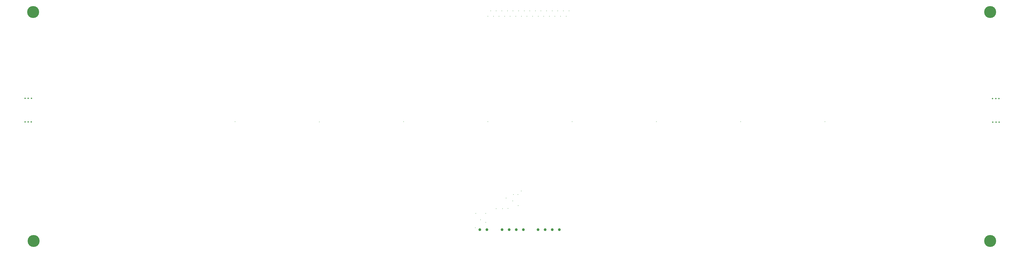
<source format=gbr>
%TF.GenerationSoftware,Altium Limited,Altium Designer,24.4.1 (13)*%
G04 Layer_Color=0*
%FSLAX45Y45*%
%MOMM*%
%TF.SameCoordinates,4FF739F8-A24E-4C84-90D3-729B67262028*%
%TF.FilePolarity,Positive*%
%TF.FileFunction,Plated,1,4,PTH,Drill*%
%TF.Part,Single*%
G01*
G75*
%TA.AperFunction,ComponentDrill*%
%ADD51C,4.29997*%
%ADD52C,1.00000*%
%TA.AperFunction,ViaDrill,NotFilled*%
%ADD53C,0.50000*%
%ADD54C,0.20000*%
%ADD55C,0.30000*%
D51*
X37164999Y4732500D02*
D03*
Y12952499D02*
D03*
X2955000Y4732500D02*
D03*
X2937500Y12952499D02*
D03*
D52*
X19164999Y5142500D02*
D03*
X18911000D02*
D03*
X19705499D02*
D03*
X19959500D02*
D03*
X20213499D02*
D03*
X20467500D02*
D03*
X20991000D02*
D03*
X21245000D02*
D03*
X21499001D02*
D03*
X21753000D02*
D03*
D53*
X37485001Y8997500D02*
D03*
X37262500Y9000000D02*
D03*
X37373749D02*
D03*
X37477499Y9847500D02*
D03*
X37254999Y9850000D02*
D03*
X37366251D02*
D03*
X2872500Y9852500D02*
D03*
X2650000Y9855000D02*
D03*
X2761250D02*
D03*
X2870000Y9005000D02*
D03*
X2647500Y9007500D02*
D03*
X2758750D02*
D03*
D54*
X22100012Y13000008D02*
D03*
X22000012Y12800008D02*
D03*
X21900012Y13000008D02*
D03*
X21800012Y12800008D02*
D03*
X21700012Y13000008D02*
D03*
X21600012Y12800008D02*
D03*
X21500012Y13000008D02*
D03*
X21400012Y12800008D02*
D03*
X21300012Y13000008D02*
D03*
X21200011Y12800008D02*
D03*
X21100011Y13000008D02*
D03*
X21000011Y12800008D02*
D03*
X20900011Y13000008D02*
D03*
X20800011Y12800008D02*
D03*
X20700011Y13000008D02*
D03*
X20600011Y12800008D02*
D03*
X20500011Y13000008D02*
D03*
X20400011Y12800008D02*
D03*
X20300011Y13000008D02*
D03*
X20200011Y12800008D02*
D03*
X20100011Y13000008D02*
D03*
X20000011Y12800008D02*
D03*
X19900011Y13000008D02*
D03*
X19800011Y12800008D02*
D03*
X19700011Y13000008D02*
D03*
X19600011Y12800008D02*
D03*
X19500011Y13000008D02*
D03*
X19400011Y12800008D02*
D03*
X19300011Y13000008D02*
D03*
X19200011Y12800008D02*
D03*
D55*
X19922501Y5902500D02*
D03*
X20085001Y6175000D02*
D03*
X20117500Y6402500D02*
D03*
X20287500Y6002500D02*
D03*
X20275000Y6402500D02*
D03*
X19852499Y6277500D02*
D03*
D03*
X19125000Y5405000D02*
D03*
X18935001Y5492500D02*
D03*
X19122501Y5727500D02*
D03*
X18755000Y5210000D02*
D03*
X18767500Y5720000D02*
D03*
X19495000Y5895000D02*
D03*
D03*
X19722501D02*
D03*
X20397501Y6530000D02*
D03*
X13172501Y9010000D02*
D03*
X16185915Y9017000D02*
D03*
X10156680Y9020111D02*
D03*
X31259000Y9017000D02*
D03*
X28244382D02*
D03*
X25226500D02*
D03*
X22215147D02*
D03*
X19200531D02*
D03*
%TF.MD5,c4c9ff859722b9593c2f39ef45443d4e*%
M02*

</source>
